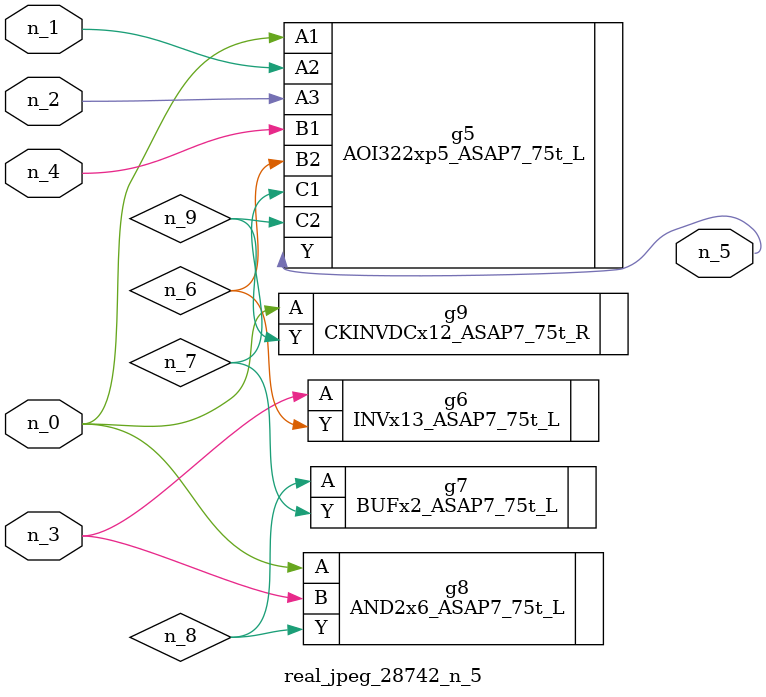
<source format=v>
module real_jpeg_28742_n_5 (n_4, n_0, n_1, n_2, n_3, n_5);

input n_4;
input n_0;
input n_1;
input n_2;
input n_3;

output n_5;

wire n_8;
wire n_6;
wire n_7;
wire n_9;

AOI322xp5_ASAP7_75t_L g5 ( 
.A1(n_0),
.A2(n_1),
.A3(n_2),
.B1(n_4),
.B2(n_6),
.C1(n_7),
.C2(n_9),
.Y(n_5)
);

AND2x6_ASAP7_75t_L g8 ( 
.A(n_0),
.B(n_3),
.Y(n_8)
);

CKINVDCx12_ASAP7_75t_R g9 ( 
.A(n_0),
.Y(n_9)
);

INVx13_ASAP7_75t_L g6 ( 
.A(n_3),
.Y(n_6)
);

BUFx2_ASAP7_75t_L g7 ( 
.A(n_8),
.Y(n_7)
);


endmodule
</source>
